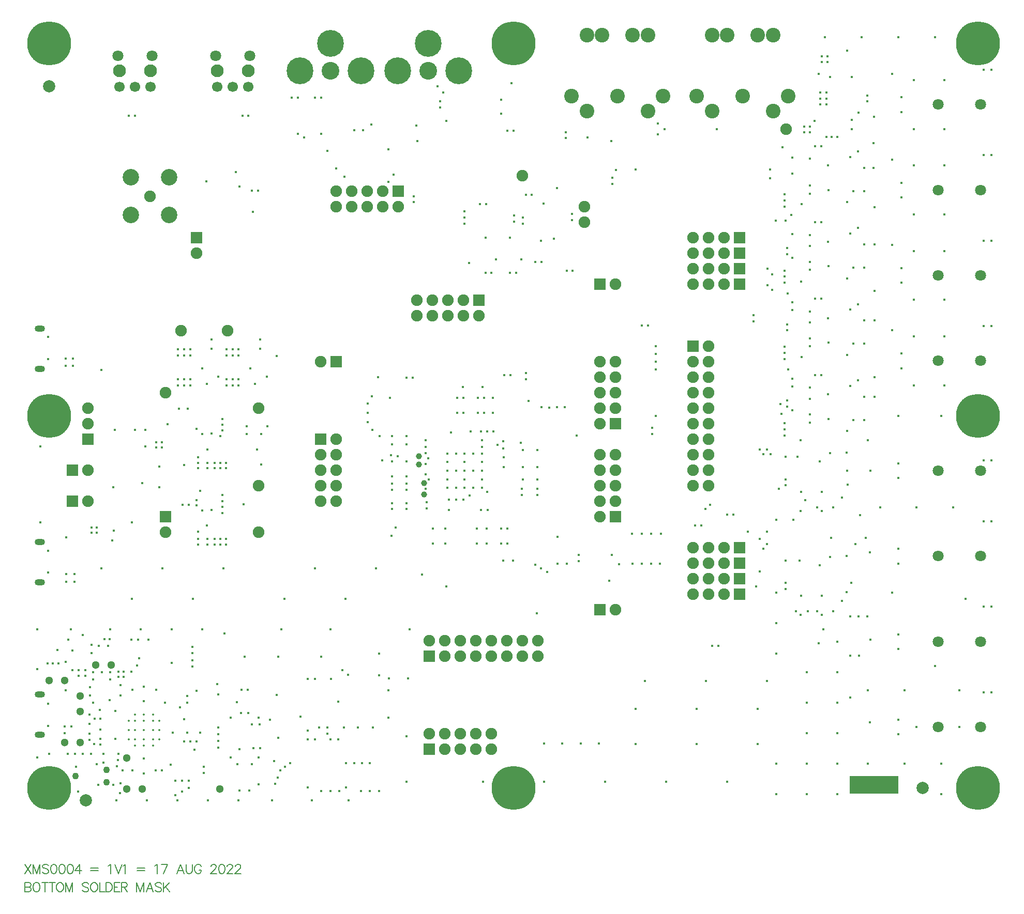
<source format=gbs>
G04*
G04 #@! TF.GenerationSoftware,Altium Limited,Altium Designer,21.9.2 (33)*
G04*
G04 Layer_Color=16711935*
%FSAX43Y43*%
%MOMM*%
G71*
G04*
G04 #@! TF.SameCoordinates,8A3C4949-5F79-4682-B659-0E7BAC0626F8*
G04*
G04*
G04 #@! TF.FilePolarity,Negative*
G04*
G01*
G75*
%ADD11C,0.150*%
%ADD90R,8.000X3.000*%
%ADD97C,1.100*%
%ADD98C,1.000*%
%ADD142C,2.000*%
%ADD166C,1.900*%
%ADD167R,1.900X1.900*%
%ADD168R,1.900X1.900*%
%ADD169C,2.400*%
%ADD170C,0.100*%
%ADD171C,2.700*%
%ADD172C,1.700*%
%ADD173C,2.100*%
%ADD174C,1.800*%
G04:AMPARAMS|DCode=175|XSize=1mm|YSize=1.7mm|CornerRadius=0.5mm|HoleSize=0mm|Usage=FLASHONLY|Rotation=270.000|XOffset=0mm|YOffset=0mm|HoleType=Round|Shape=RoundedRectangle|*
%AMROUNDEDRECTD175*
21,1,1.000,0.700,0,0,270.0*
21,1,0.000,1.700,0,0,270.0*
1,1,1.000,-0.350,0.000*
1,1,1.000,-0.350,0.000*
1,1,1.000,0.350,0.000*
1,1,1.000,0.350,0.000*
%
%ADD175ROUNDEDRECTD175*%
%ADD176C,2.900*%
%ADD177C,4.400*%
%ADD178C,7.200*%
%ADD179C,0.350*%
%ADD180C,0.400*%
%ADD238C,1.300*%
D11*
X0220000Y0128500D02*
Y0127000D01*
Y0128500D02*
X0220643D01*
X0220857Y0128428D01*
X0220928Y0128357D01*
X0221000Y0128214D01*
Y0128071D01*
X0220928Y0127928D01*
X0220857Y0127857D01*
X0220643Y0127786D01*
X0220000D02*
X0220643D01*
X0220857Y0127714D01*
X0220928Y0127643D01*
X0221000Y0127500D01*
Y0127286D01*
X0220928Y0127143D01*
X0220857Y0127071D01*
X0220643Y0127000D01*
X0220000D01*
X0221764Y0128500D02*
X0221621Y0128428D01*
X0221478Y0128285D01*
X0221407Y0128143D01*
X0221335Y0127928D01*
Y0127571D01*
X0221407Y0127357D01*
X0221478Y0127214D01*
X0221621Y0127071D01*
X0221764Y0127000D01*
X0222050D01*
X0222192Y0127071D01*
X0222335Y0127214D01*
X0222407Y0127357D01*
X0222478Y0127571D01*
Y0127928D01*
X0222407Y0128143D01*
X0222335Y0128285D01*
X0222192Y0128428D01*
X0222050Y0128500D01*
X0221764D01*
X0223328D02*
Y0127000D01*
X0222828Y0128500D02*
X0223828D01*
X0224506D02*
Y0127000D01*
X0224006Y0128500D02*
X0225006D01*
X0225613D02*
X0225470Y0128428D01*
X0225327Y0128285D01*
X0225256Y0128143D01*
X0225185Y0127928D01*
Y0127571D01*
X0225256Y0127357D01*
X0225327Y0127214D01*
X0225470Y0127071D01*
X0225613Y0127000D01*
X0225899D01*
X0226042Y0127071D01*
X0226184Y0127214D01*
X0226256Y0127357D01*
X0226327Y0127571D01*
Y0127928D01*
X0226256Y0128143D01*
X0226184Y0128285D01*
X0226042Y0128428D01*
X0225899Y0128500D01*
X0225613D01*
X0226677D02*
Y0127000D01*
Y0128500D02*
X0227248Y0127000D01*
X0227820Y0128500D02*
X0227248Y0127000D01*
X0227820Y0128500D02*
Y0127000D01*
X0230426Y0128285D02*
X0230284Y0128428D01*
X0230069Y0128500D01*
X0229784D01*
X0229569Y0128428D01*
X0229427Y0128285D01*
Y0128143D01*
X0229498Y0128000D01*
X0229569Y0127928D01*
X0229712Y0127857D01*
X0230141Y0127714D01*
X0230284Y0127643D01*
X0230355Y0127571D01*
X0230426Y0127428D01*
Y0127214D01*
X0230284Y0127071D01*
X0230069Y0127000D01*
X0229784D01*
X0229569Y0127071D01*
X0229427Y0127214D01*
X0231190Y0128500D02*
X0231048Y0128428D01*
X0230905Y0128285D01*
X0230833Y0128143D01*
X0230762Y0127928D01*
Y0127571D01*
X0230833Y0127357D01*
X0230905Y0127214D01*
X0231048Y0127071D01*
X0231190Y0127000D01*
X0231476D01*
X0231619Y0127071D01*
X0231762Y0127214D01*
X0231833Y0127357D01*
X0231905Y0127571D01*
Y0127928D01*
X0231833Y0128143D01*
X0231762Y0128285D01*
X0231619Y0128428D01*
X0231476Y0128500D01*
X0231190D01*
X0232255D02*
Y0127000D01*
X0233111D01*
X0233276Y0128500D02*
Y0127000D01*
Y0128500D02*
X0233776D01*
X0233990Y0128428D01*
X0234133Y0128285D01*
X0234204Y0128143D01*
X0234276Y0127928D01*
Y0127571D01*
X0234204Y0127357D01*
X0234133Y0127214D01*
X0233990Y0127071D01*
X0233776Y0127000D01*
X0233276D01*
X0235540Y0128500D02*
X0234611D01*
Y0127000D01*
X0235540D01*
X0234611Y0127786D02*
X0235182D01*
X0235789Y0128500D02*
Y0127000D01*
Y0128500D02*
X0236432D01*
X0236646Y0128428D01*
X0236718Y0128357D01*
X0236789Y0128214D01*
Y0128071D01*
X0236718Y0127928D01*
X0236646Y0127857D01*
X0236432Y0127786D01*
X0235789D01*
X0236289D02*
X0236789Y0127000D01*
X0238303Y0128500D02*
Y0127000D01*
Y0128500D02*
X0238875Y0127000D01*
X0239446Y0128500D02*
X0238875Y0127000D01*
X0239446Y0128500D02*
Y0127000D01*
X0241017D02*
X0240446Y0128500D01*
X0239874Y0127000D01*
X0240089Y0127500D02*
X0240803D01*
X0242367Y0128285D02*
X0242224Y0128428D01*
X0242010Y0128500D01*
X0241724D01*
X0241510Y0128428D01*
X0241367Y0128285D01*
Y0128143D01*
X0241438Y0128000D01*
X0241510Y0127928D01*
X0241652Y0127857D01*
X0242081Y0127714D01*
X0242224Y0127643D01*
X0242295Y0127571D01*
X0242367Y0127428D01*
Y0127214D01*
X0242224Y0127071D01*
X0242010Y0127000D01*
X0241724D01*
X0241510Y0127071D01*
X0241367Y0127214D01*
X0242702Y0128500D02*
Y0127000D01*
X0243702Y0128500D02*
X0242702Y0127500D01*
X0243059Y0127857D02*
X0243702Y0127000D01*
X0220000Y0131500D02*
X0221000Y0130000D01*
Y0131500D02*
X0220000Y0130000D01*
X0221335Y0131500D02*
Y0130000D01*
Y0131500D02*
X0221907Y0130000D01*
X0222478Y0131500D02*
X0221907Y0130000D01*
X0222478Y0131500D02*
Y0130000D01*
X0223906Y0131285D02*
X0223763Y0131428D01*
X0223549Y0131500D01*
X0223264D01*
X0223049Y0131428D01*
X0222907Y0131285D01*
Y0131143D01*
X0222978Y0131000D01*
X0223049Y0130928D01*
X0223192Y0130857D01*
X0223621Y0130714D01*
X0223763Y0130643D01*
X0223835Y0130571D01*
X0223906Y0130428D01*
Y0130214D01*
X0223763Y0130071D01*
X0223549Y0130000D01*
X0223264D01*
X0223049Y0130071D01*
X0222907Y0130214D01*
X0224670Y0131500D02*
X0224456Y0131428D01*
X0224313Y0131214D01*
X0224242Y0130857D01*
Y0130643D01*
X0224313Y0130286D01*
X0224456Y0130071D01*
X0224670Y0130000D01*
X0224813D01*
X0225027Y0130071D01*
X0225170Y0130286D01*
X0225242Y0130643D01*
Y0130857D01*
X0225170Y0131214D01*
X0225027Y0131428D01*
X0224813Y0131500D01*
X0224670D01*
X0226006D02*
X0225792Y0131428D01*
X0225649Y0131214D01*
X0225577Y0130857D01*
Y0130643D01*
X0225649Y0130286D01*
X0225792Y0130071D01*
X0226006Y0130000D01*
X0226149D01*
X0226363Y0130071D01*
X0226506Y0130286D01*
X0226577Y0130643D01*
Y0130857D01*
X0226506Y0131214D01*
X0226363Y0131428D01*
X0226149Y0131500D01*
X0226006D01*
X0227341D02*
X0227127Y0131428D01*
X0226984Y0131214D01*
X0226913Y0130857D01*
Y0130643D01*
X0226984Y0130286D01*
X0227127Y0130071D01*
X0227341Y0130000D01*
X0227484D01*
X0227698Y0130071D01*
X0227841Y0130286D01*
X0227913Y0130643D01*
Y0130857D01*
X0227841Y0131214D01*
X0227698Y0131428D01*
X0227484Y0131500D01*
X0227341D01*
X0228962D02*
X0228248Y0130500D01*
X0229319D01*
X0228962Y0131500D02*
Y0130000D01*
X0230762Y0130857D02*
X0232047D01*
X0230762Y0130428D02*
X0232047D01*
X0233669Y0131214D02*
X0233811Y0131285D01*
X0234026Y0131500D01*
Y0130000D01*
X0234768Y0131500D02*
X0235340Y0130000D01*
X0235911Y0131500D02*
X0235340Y0130000D01*
X0236104Y0131214D02*
X0236247Y0131285D01*
X0236461Y0131500D01*
Y0130000D01*
X0238382Y0130857D02*
X0239667D01*
X0238382Y0130428D02*
X0239667D01*
X0241288Y0131214D02*
X0241431Y0131285D01*
X0241645Y0131500D01*
Y0130000D01*
X0243388Y0131500D02*
X0242674Y0130000D01*
X0242388Y0131500D02*
X0243388D01*
X0246044Y0130000D02*
X0245473Y0131500D01*
X0244902Y0130000D01*
X0245116Y0130500D02*
X0245830D01*
X0246394Y0131500D02*
Y0130428D01*
X0246466Y0130214D01*
X0246609Y0130071D01*
X0246823Y0130000D01*
X0246966D01*
X0247180Y0130071D01*
X0247323Y0130214D01*
X0247394Y0130428D01*
Y0131500D01*
X0248880Y0131143D02*
X0248808Y0131285D01*
X0248665Y0131428D01*
X0248522Y0131500D01*
X0248237D01*
X0248094Y0131428D01*
X0247951Y0131285D01*
X0247880Y0131143D01*
X0247808Y0130928D01*
Y0130571D01*
X0247880Y0130357D01*
X0247951Y0130214D01*
X0248094Y0130071D01*
X0248237Y0130000D01*
X0248522D01*
X0248665Y0130071D01*
X0248808Y0130214D01*
X0248880Y0130357D01*
Y0130571D01*
X0248522D02*
X0248880D01*
X0250472Y0131143D02*
Y0131214D01*
X0250543Y0131357D01*
X0250615Y0131428D01*
X0250758Y0131500D01*
X0251043D01*
X0251186Y0131428D01*
X0251258Y0131357D01*
X0251329Y0131214D01*
Y0131071D01*
X0251258Y0130928D01*
X0251115Y0130714D01*
X0250401Y0130000D01*
X0251400D01*
X0252165Y0131500D02*
X0251950Y0131428D01*
X0251807Y0131214D01*
X0251736Y0130857D01*
Y0130643D01*
X0251807Y0130286D01*
X0251950Y0130071D01*
X0252165Y0130000D01*
X0252307D01*
X0252522Y0130071D01*
X0252664Y0130286D01*
X0252736Y0130643D01*
Y0130857D01*
X0252664Y0131214D01*
X0252522Y0131428D01*
X0252307Y0131500D01*
X0252165D01*
X0253143Y0131143D02*
Y0131214D01*
X0253214Y0131357D01*
X0253286Y0131428D01*
X0253429Y0131500D01*
X0253714D01*
X0253857Y0131428D01*
X0253928Y0131357D01*
X0254000Y0131214D01*
Y0131071D01*
X0253928Y0130928D01*
X0253786Y0130714D01*
X0253071Y0130000D01*
X0254071D01*
X0254478Y0131143D02*
Y0131214D01*
X0254550Y0131357D01*
X0254621Y0131428D01*
X0254764Y0131500D01*
X0255050D01*
X0255192Y0131428D01*
X0255264Y0131357D01*
X0255335Y0131214D01*
Y0131071D01*
X0255264Y0130928D01*
X0255121Y0130714D01*
X0254407Y0130000D01*
X0255407D01*
D90*
X0359000Y0144500D02*
D03*
D97*
X0228260Y0146000D02*
D03*
X0233340Y0147016D02*
D03*
Y0144984D02*
D03*
D98*
X0285400Y0192100D02*
D03*
X0284500Y0198400D02*
D03*
X0285400Y0194000D02*
D03*
X0284500Y0197000D02*
D03*
D142*
X0230000Y0142000D02*
D03*
X0367000Y0144000D02*
D03*
X0224000Y0259000D02*
D03*
D166*
X0245590Y0218930D02*
D03*
X0334490Y0175750D02*
D03*
X0331950D02*
D03*
X0329410D02*
D03*
X0230350Y0206230D02*
D03*
Y0203690D02*
D03*
X0316710Y0226550D02*
D03*
X0314170Y0203690D02*
D03*
X0316710Y0206230D02*
D03*
X0314170D02*
D03*
X0316710Y0208770D02*
D03*
X0314170D02*
D03*
X0316710Y0211310D02*
D03*
X0314170D02*
D03*
X0316710Y0213850D02*
D03*
X0314170D02*
D03*
X0331950Y0193530D02*
D03*
X0329410D02*
D03*
X0331950Y0196070D02*
D03*
X0329410D02*
D03*
X0331950Y0198610D02*
D03*
X0329410D02*
D03*
X0331950Y0201150D02*
D03*
X0329410D02*
D03*
X0331950Y0203690D02*
D03*
X0329410D02*
D03*
X0331950Y0206230D02*
D03*
X0329410D02*
D03*
X0331950Y0208770D02*
D03*
X0329410D02*
D03*
X0331950Y0211310D02*
D03*
X0329410D02*
D03*
X0331950Y0213850D02*
D03*
X0329410D02*
D03*
X0331950Y0216390D02*
D03*
X0304010Y0168130D02*
D03*
Y0165590D02*
D03*
X0301470Y0168130D02*
D03*
Y0165590D02*
D03*
X0298930Y0168130D02*
D03*
Y0165590D02*
D03*
X0296390Y0168130D02*
D03*
Y0165590D02*
D03*
X0293850Y0168130D02*
D03*
Y0165590D02*
D03*
X0291310Y0168130D02*
D03*
Y0165590D02*
D03*
X0288770Y0168130D02*
D03*
Y0165590D02*
D03*
X0286230Y0168130D02*
D03*
X0240500Y0241000D02*
D03*
X0270990Y0201150D02*
D03*
X0268450Y0198610D02*
D03*
X0270990D02*
D03*
X0268450Y0196070D02*
D03*
X0270990D02*
D03*
X0268450Y0193530D02*
D03*
X0270990D02*
D03*
X0268450Y0190990D02*
D03*
X0270990D02*
D03*
X0331950Y0234170D02*
D03*
X0329410D02*
D03*
X0334490D02*
D03*
Y0183370D02*
D03*
X0331950D02*
D03*
X0329410D02*
D03*
X0331950Y0231630D02*
D03*
X0329410D02*
D03*
X0334490D02*
D03*
Y0180830D02*
D03*
X0331950D02*
D03*
X0329410D02*
D03*
X0331950Y0229090D02*
D03*
X0329410D02*
D03*
X0334490D02*
D03*
Y0178290D02*
D03*
X0331950D02*
D03*
X0329410D02*
D03*
X0331950Y0226550D02*
D03*
X0329410D02*
D03*
X0334490D02*
D03*
X0230350Y0196070D02*
D03*
Y0190990D02*
D03*
X0268450Y0213850D02*
D03*
X0243050Y0185910D02*
D03*
X0248130Y0231630D02*
D03*
X0344650Y0251950D02*
D03*
X0258290Y0193530D02*
D03*
X0253210Y0218930D02*
D03*
X0258290Y0185910D02*
D03*
Y0206230D02*
D03*
X0286230Y0152890D02*
D03*
X0288770Y0150350D02*
D03*
Y0152890D02*
D03*
X0291310Y0150350D02*
D03*
Y0152890D02*
D03*
X0293850Y0150350D02*
D03*
Y0152890D02*
D03*
X0296390Y0150350D02*
D03*
Y0152890D02*
D03*
X0316710Y0173210D02*
D03*
X0281150Y0239250D02*
D03*
X0278610Y0241790D02*
D03*
Y0239250D02*
D03*
X0276070Y0241790D02*
D03*
Y0239250D02*
D03*
X0273530Y0241790D02*
D03*
Y0239250D02*
D03*
X0270990Y0241790D02*
D03*
Y0239250D02*
D03*
X0311630D02*
D03*
X0314170Y0188450D02*
D03*
X0316710Y0190990D02*
D03*
X0314170D02*
D03*
X0316710Y0193530D02*
D03*
X0314170D02*
D03*
X0316710Y0196070D02*
D03*
X0314170D02*
D03*
X0316710Y0198610D02*
D03*
X0314170D02*
D03*
X0294300Y0221360D02*
D03*
X0291760Y0223900D02*
D03*
Y0221360D02*
D03*
X0289220Y0223900D02*
D03*
Y0221360D02*
D03*
X0286680Y0223900D02*
D03*
Y0221360D02*
D03*
X0284140Y0223900D02*
D03*
Y0221360D02*
D03*
X0301470Y0244330D02*
D03*
X0311630Y0236710D02*
D03*
X0243050Y0208770D02*
D03*
D167*
X0337030Y0175750D02*
D03*
X0314170Y0226550D02*
D03*
X0286230Y0165590D02*
D03*
X0337030Y0234170D02*
D03*
Y0183370D02*
D03*
Y0231630D02*
D03*
Y0180830D02*
D03*
Y0229090D02*
D03*
Y0178290D02*
D03*
Y0226550D02*
D03*
X0227810Y0196070D02*
D03*
Y0190990D02*
D03*
X0270990Y0213850D02*
D03*
X0286230Y0150350D02*
D03*
X0314170Y0173210D02*
D03*
X0281150Y0241790D02*
D03*
X0294300Y0223900D02*
D03*
D168*
X0230350Y0201150D02*
D03*
X0316710Y0203690D02*
D03*
X0329410Y0216390D02*
D03*
X0268450Y0201150D02*
D03*
X0243050Y0188450D02*
D03*
X0248130Y0234170D02*
D03*
X0316710Y0188450D02*
D03*
D169*
X0309500Y0257400D02*
D03*
X0317000D02*
D03*
X0324500D02*
D03*
X0312000Y0254900D02*
D03*
X0322000D02*
D03*
Y0267400D02*
D03*
X0319500D02*
D03*
X0314500D02*
D03*
X0312000D02*
D03*
X0332500D02*
D03*
X0335000D02*
D03*
X0340000D02*
D03*
X0342500D02*
D03*
X0345000Y0257400D02*
D03*
X0337500D02*
D03*
X0330000D02*
D03*
X0342500Y0254900D02*
D03*
X0332500D02*
D03*
D170*
X0324500Y0262400D02*
D03*
X0309500D02*
D03*
X0330000D02*
D03*
X0345000D02*
D03*
D171*
X0243630Y0237870D02*
D03*
Y0244130D02*
D03*
X0237370D02*
D03*
Y0237870D02*
D03*
D172*
X0251460Y0258900D02*
D03*
X0256540D02*
D03*
X0254000D02*
D03*
X0240540D02*
D03*
X0238000D02*
D03*
X0235460D02*
D03*
D173*
X0256540Y0261500D02*
D03*
X0251460D02*
D03*
X0240540D02*
D03*
X0235460D02*
D03*
D174*
X0256800Y0264000D02*
D03*
X0251200D02*
D03*
X0376500Y0154000D02*
D03*
X0369500D02*
D03*
X0376500Y0256000D02*
D03*
X0369500D02*
D03*
X0376500Y0228000D02*
D03*
X0369500D02*
D03*
X0376500Y0242000D02*
D03*
X0369500D02*
D03*
X0376500Y0214000D02*
D03*
X0369500D02*
D03*
X0376500Y0196000D02*
D03*
X0369500D02*
D03*
X0376500Y0182000D02*
D03*
X0369500D02*
D03*
X0376500Y0168000D02*
D03*
X0369500D02*
D03*
X0240800Y0264000D02*
D03*
X0235200D02*
D03*
D175*
X0222425Y0159300D02*
D03*
Y0152700D02*
D03*
X0222425Y0177700D02*
D03*
Y0184300D02*
D03*
Y0212700D02*
D03*
Y0219300D02*
D03*
D176*
X0286000Y0261500D02*
D03*
X0270000D02*
D03*
D177*
X0286000Y0266000D02*
D03*
X0281000Y0261500D02*
D03*
X0291000D02*
D03*
X0270000Y0266000D02*
D03*
X0265000Y0261500D02*
D03*
X0275000D02*
D03*
D178*
X0300000Y0266000D02*
D03*
X0224000Y0205000D02*
D03*
X0300000Y0144000D02*
D03*
X0376000Y0205000D02*
D03*
Y0266000D02*
D03*
Y0144000D02*
D03*
X0224000D02*
D03*
Y0266000D02*
D03*
D179*
X0242000Y0153500D02*
D03*
Y0152000D02*
D03*
Y0155000D02*
D03*
X0241000Y0152000D02*
D03*
X0238000D02*
D03*
X0239500D02*
D03*
Y0156000D02*
D03*
X0241000D02*
D03*
X0238000D02*
D03*
X0237000Y0153500D02*
D03*
Y0155000D02*
D03*
Y0152000D02*
D03*
X0239500Y0151000D02*
D03*
X0238000D02*
D03*
X0241000D02*
D03*
X0239500Y0153500D02*
D03*
X0238000D02*
D03*
X0241000D02*
D03*
X0239500Y0155000D02*
D03*
X0238000D02*
D03*
X0241000D02*
D03*
D180*
X0356500Y0254700D02*
D03*
X0351800Y0260500D02*
D03*
X0261200Y0214800D02*
D03*
X0251700Y0211400D02*
D03*
X0249800Y0210200D02*
D03*
X0249000Y0212800D02*
D03*
X0247100Y0210000D02*
D03*
X0246100D02*
D03*
X0245100D02*
D03*
X0247100Y0211000D02*
D03*
X0246100D02*
D03*
X0245100D02*
D03*
X0250600Y0217500D02*
D03*
Y0216000D02*
D03*
X0245100Y0215900D02*
D03*
X0246100D02*
D03*
X0247100D02*
D03*
Y0214900D02*
D03*
X0246100D02*
D03*
X0245100D02*
D03*
X0255000Y0215900D02*
D03*
X0259600Y0211400D02*
D03*
X0257700Y0210200D02*
D03*
X0256900Y0212800D02*
D03*
X0255000Y0210000D02*
D03*
X0254000D02*
D03*
X0253000D02*
D03*
X0255000Y0211000D02*
D03*
X0254000D02*
D03*
X0253000D02*
D03*
X0252300Y0204500D02*
D03*
X0252000Y0201700D02*
D03*
X0246100Y0196900D02*
D03*
X0248700Y0192700D02*
D03*
X0252300Y0192000D02*
D03*
Y0189100D02*
D03*
X0280000Y0185300D02*
D03*
X0246700Y0206200D02*
D03*
X0249700Y0243400D02*
D03*
X0245200Y0206200D02*
D03*
X0278000Y0166000D02*
D03*
X0285000Y0179000D02*
D03*
X0283000Y0170000D02*
D03*
X0289000Y0177000D02*
D03*
X0232500Y0212500D02*
D03*
X0222500Y0187500D02*
D03*
Y0200000D02*
D03*
X0237500Y0187500D02*
D03*
X0232500Y0180000D02*
D03*
X0237500Y0175000D02*
D03*
X0242500Y0180000D02*
D03*
X0247500Y0175000D02*
D03*
X0252500Y0180000D02*
D03*
X0262500Y0175000D02*
D03*
X0267500Y0180000D02*
D03*
X0272500Y0175000D02*
D03*
X0277500Y0180000D02*
D03*
X0282500Y0152500D02*
D03*
Y0145000D02*
D03*
X0295000D02*
D03*
X0305000D02*
D03*
X0315000D02*
D03*
X0325000D02*
D03*
X0335000D02*
D03*
X0292700Y0230000D02*
D03*
X0347200Y0239700D02*
D03*
X0345000Y0212600D02*
D03*
X0344900Y0225000D02*
D03*
X0323300Y0205000D02*
D03*
X0307200Y0185200D02*
D03*
X0315700Y0178000D02*
D03*
X0317300Y0180700D02*
D03*
X0332200Y0190400D02*
D03*
X0331400Y0189700D02*
D03*
X0329700Y0187000D02*
D03*
X0330700D02*
D03*
X0343000Y0188000D02*
D03*
Y0171000D02*
D03*
X0339700Y0177000D02*
D03*
X0324100Y0185700D02*
D03*
X0322500D02*
D03*
X0321000D02*
D03*
X0319400D02*
D03*
X0310352Y0201800D02*
D03*
X0324000Y0180800D02*
D03*
X0322500D02*
D03*
X0319500D02*
D03*
X0321000D02*
D03*
X0316100Y0182200D02*
D03*
X0310700Y0182200D02*
D03*
Y0181200D02*
D03*
X0228700Y0143400D02*
D03*
X0231800Y0147900D02*
D03*
X0228400Y0147500D02*
D03*
X0265700Y0250600D02*
D03*
X0268500Y0251200D02*
D03*
X0264700D02*
D03*
X0269500Y0248400D02*
D03*
X0296400Y0228400D02*
D03*
X0295400D02*
D03*
X0297100Y0230600D02*
D03*
X0301300D02*
D03*
X0299400Y0234200D02*
D03*
X0295400D02*
D03*
X0312100Y0250600D02*
D03*
X0257300Y0238400D02*
D03*
X0254700Y0158100D02*
D03*
X0255100Y0242600D02*
D03*
X0254500Y0244900D02*
D03*
X0244000Y0164500D02*
D03*
X0268500Y0165500D02*
D03*
X0279500Y0155500D02*
D03*
Y0160000D02*
D03*
X0278000Y0162500D02*
D03*
X0270000Y0170000D02*
D03*
X0342000Y0243900D02*
D03*
Y0245400D02*
D03*
X0345600Y0244675D02*
D03*
X0347200Y0214600D02*
D03*
X0347100Y0227000D02*
D03*
X0345500Y0237900D02*
D03*
X0344000Y0249000D02*
D03*
X0350000Y0261000D02*
D03*
X0369000Y0267000D02*
D03*
X0363000D02*
D03*
X0357000D02*
D03*
X0351000D02*
D03*
X0362000Y0219000D02*
D03*
Y0261000D02*
D03*
Y0247000D02*
D03*
Y0233000D02*
D03*
X0363000Y0205000D02*
D03*
X0370000D02*
D03*
X0347000Y0201000D02*
D03*
X0358000D02*
D03*
X0355300Y0177600D02*
D03*
X0356600Y0165700D02*
D03*
X0358400Y0168300D02*
D03*
X0357900Y0172100D02*
D03*
X0356500D02*
D03*
X0354500Y0176100D02*
D03*
X0358300Y0154800D02*
D03*
X0355100Y0158800D02*
D03*
Y0165700D02*
D03*
Y0172100D02*
D03*
X0353800Y0174700D02*
D03*
X0358300Y0182600D02*
D03*
X0354700Y0193700D02*
D03*
X0357700Y0185000D02*
D03*
X0356700Y0188700D02*
D03*
X0353800Y0191600D02*
D03*
X0358400Y0196000D02*
D03*
X0359000Y0254000D02*
D03*
X0354600Y0196000D02*
D03*
X0360000Y0190000D02*
D03*
X0366000D02*
D03*
X0372000D02*
D03*
X0343000Y0176000D02*
D03*
X0352000Y0185000D02*
D03*
X0356000Y0184000D02*
D03*
X0362000Y0176000D02*
D03*
X0374000Y0175000D02*
D03*
X0369000Y0164000D02*
D03*
X0364000Y0160000D02*
D03*
X0358000D02*
D03*
X0373000D02*
D03*
X0366000Y0154000D02*
D03*
X0373000D02*
D03*
X0343000Y0166000D02*
D03*
X0353000Y0168000D02*
D03*
X0348000Y0163000D02*
D03*
X0353000D02*
D03*
Y0158000D02*
D03*
X0348000D02*
D03*
Y0153000D02*
D03*
X0353000D02*
D03*
X0364000Y0148000D02*
D03*
X0358000D02*
D03*
X0343000D02*
D03*
X0348000D02*
D03*
X0353000D02*
D03*
X0370000D02*
D03*
Y0143000D02*
D03*
X0353000D02*
D03*
X0348000D02*
D03*
X0343000D02*
D03*
X0339300Y0221500D02*
D03*
Y0220500D02*
D03*
X0332500Y0167300D02*
D03*
X0333500D02*
D03*
X0335000Y0188800D02*
D03*
X0336000D02*
D03*
X0322700Y0202000D02*
D03*
Y0203000D02*
D03*
X0321000Y0219800D02*
D03*
X0322000D02*
D03*
X0294800Y0198800D02*
D03*
X0290600Y0198800D02*
D03*
X0298500Y0211700D02*
D03*
X0299500D02*
D03*
X0282500Y0211200D02*
D03*
X0283500D02*
D03*
X0283700Y0241000D02*
D03*
Y0240000D02*
D03*
X0280700Y0186700D02*
D03*
X0303800Y0172600D02*
D03*
X0268200Y0153900D02*
D03*
X0274500D02*
D03*
X0277000D02*
D03*
X0272200D02*
D03*
X0265100Y0155700D02*
D03*
X0269500Y0152900D02*
D03*
Y0153900D02*
D03*
X0261200Y0159250D02*
D03*
X0266300Y0161900D02*
D03*
X0267500D02*
D03*
X0272900Y0162600D02*
D03*
X0272000Y0163300D02*
D03*
X0270100Y0161900D02*
D03*
X0271300Y0158150D02*
D03*
Y0152000D02*
D03*
X0270000D02*
D03*
X0276900Y0202700D02*
D03*
X0276100Y0204000D02*
D03*
Y0205500D02*
D03*
X0276500Y0143500D02*
D03*
X0278000D02*
D03*
X0275000D02*
D03*
X0271500D02*
D03*
X0270000D02*
D03*
X0268500D02*
D03*
X0338400Y0186000D02*
D03*
X0278500Y0197700D02*
D03*
X0340900Y0183200D02*
D03*
X0258300Y0149000D02*
D03*
X0277800Y0211300D02*
D03*
X0289800Y0202300D02*
D03*
X0294900Y0209700D02*
D03*
X0280400Y0244500D02*
D03*
X0279500Y0248700D02*
D03*
Y0243300D02*
D03*
X0272300Y0244200D02*
D03*
X0271000Y0245500D02*
D03*
X0257200Y0241900D02*
D03*
X0258200D02*
D03*
X0258500Y0217500D02*
D03*
Y0216000D02*
D03*
X0253000Y0214900D02*
D03*
X0255000D02*
D03*
X0254000Y0215900D02*
D03*
Y0214900D02*
D03*
X0253000Y0215900D02*
D03*
X0316000Y0250000D02*
D03*
X0308600Y0251500D02*
D03*
Y0250500D02*
D03*
X0298000Y0256800D02*
D03*
Y0254500D02*
D03*
X0300000Y0251700D02*
D03*
X0299000D02*
D03*
X0323600Y0251100D02*
D03*
Y0252900D02*
D03*
X0287600Y0259000D02*
D03*
X0288500Y0258000D02*
D03*
X0324750Y0252000D02*
D03*
X0341500Y0184000D02*
D03*
Y0186000D02*
D03*
X0354500Y0182000D02*
D03*
X0348500Y0251500D02*
D03*
X0347600Y0252400D02*
D03*
X0348500D02*
D03*
X0347600Y0251500D02*
D03*
X0350200Y0256000D02*
D03*
Y0257000D02*
D03*
Y0258000D02*
D03*
X0351200Y0256000D02*
D03*
Y0257000D02*
D03*
Y0258000D02*
D03*
X0357900Y0256500D02*
D03*
Y0257500D02*
D03*
X0354600Y0264800D02*
D03*
X0351200Y0250700D02*
D03*
X0353000D02*
D03*
X0352100D02*
D03*
X0349300Y0253300D02*
D03*
X0355400Y0252000D02*
D03*
Y0253500D02*
D03*
Y0260500D02*
D03*
X0351400Y0263000D02*
D03*
X0350500Y0263900D02*
D03*
X0351400D02*
D03*
X0350500Y0263000D02*
D03*
X0239700Y0200000D02*
D03*
X0347800Y0191200D02*
D03*
X0308700Y0180800D02*
D03*
X0307200D02*
D03*
X0345800Y0188000D02*
D03*
X0242000Y0193300D02*
D03*
X0266300Y0144100D02*
D03*
X0272600D02*
D03*
X0248400Y0198200D02*
D03*
X0250600Y0189600D02*
D03*
Y0202100D02*
D03*
X0278100Y0201700D02*
D03*
X0276800Y0208200D02*
D03*
X0279800Y0207900D02*
D03*
X0276100Y0207000D02*
D03*
X0258700Y0197000D02*
D03*
X0256300Y0203300D02*
D03*
Y0202000D02*
D03*
X0258700D02*
D03*
X0259700Y0203300D02*
D03*
X0258000Y0199500D02*
D03*
X0248100Y0202900D02*
D03*
X0249000Y0202000D02*
D03*
X0252300Y0202600D02*
D03*
X0249900Y0199500D02*
D03*
Y0197300D02*
D03*
X0248400D02*
D03*
X0249900Y0196400D02*
D03*
X0248400D02*
D03*
X0252300Y0203500D02*
D03*
X0251100Y0197300D02*
D03*
X0252900D02*
D03*
X0252000D02*
D03*
X0251100Y0196400D02*
D03*
X0252000D02*
D03*
X0252900D02*
D03*
X0350700Y0170000D02*
D03*
X0340300Y0179500D02*
D03*
Y0184800D02*
D03*
X0264700Y0257100D02*
D03*
X0289000Y0253300D02*
D03*
X0288000Y0255500D02*
D03*
X0268500Y0257100D02*
D03*
X0273900Y0251800D02*
D03*
X0275400D02*
D03*
X0276700Y0252700D02*
D03*
X0284300Y0250000D02*
D03*
X0284100Y0252600D02*
D03*
X0267500Y0257100D02*
D03*
X0263700Y0257100D02*
D03*
X0237000Y0254200D02*
D03*
X0256600D02*
D03*
X0238000D02*
D03*
X0255600D02*
D03*
X0288000Y0256500D02*
D03*
X0242000Y0196700D02*
D03*
X0234500Y0193300D02*
D03*
X0239200Y0194000D02*
D03*
X0252300Y0191000D02*
D03*
X0248100Y0191200D02*
D03*
X0248400Y0183900D02*
D03*
X0249900D02*
D03*
X0248400Y0184800D02*
D03*
X0249900D02*
D03*
X0248400Y0186000D02*
D03*
X0249800Y0187000D02*
D03*
X0252300Y0190100D02*
D03*
X0249000Y0189500D02*
D03*
X0248100Y0190300D02*
D03*
X0252900Y0183900D02*
D03*
X0252000D02*
D03*
X0251100D02*
D03*
X0252000Y0184800D02*
D03*
X0252900D02*
D03*
X0251100D02*
D03*
X0255800Y0190500D02*
D03*
X0245800Y0190400D02*
D03*
X0246800D02*
D03*
X0241500Y0200700D02*
D03*
X0242400D02*
D03*
X0241500Y0199800D02*
D03*
X0242400D02*
D03*
X0243400Y0203600D02*
D03*
X0239700Y0202700D02*
D03*
X0234700D02*
D03*
X0238000D02*
D03*
X0226700Y0214400D02*
D03*
Y0213200D02*
D03*
X0223800Y0214300D02*
D03*
Y0217900D02*
D03*
X0227900Y0214400D02*
D03*
Y0213200D02*
D03*
X0228100Y0177800D02*
D03*
Y0179100D02*
D03*
X0226800Y0185100D02*
D03*
X0223800Y0182900D02*
D03*
Y0179300D02*
D03*
X0226800Y0177800D02*
D03*
Y0179100D02*
D03*
X0234300Y0184600D02*
D03*
X0234600Y0186200D02*
D03*
X0230900Y0185800D02*
D03*
X0231800D02*
D03*
X0230900Y0186700D02*
D03*
X0231800D02*
D03*
X0285800Y0190800D02*
D03*
Y0189800D02*
D03*
X0289400Y0189600D02*
D03*
Y0191300D02*
D03*
X0290600D02*
D03*
X0342900Y0237000D02*
D03*
X0344500D02*
D03*
X0307100Y0206400D02*
D03*
X0305869Y0206367D02*
D03*
X0304600Y0206400D02*
D03*
X0308400D02*
D03*
X0302500Y0207400D02*
D03*
X0302000Y0211000D02*
D03*
Y0212000D02*
D03*
X0294500Y0239700D02*
D03*
X0295500D02*
D03*
X0292000Y0238500D02*
D03*
X0303000Y0241200D02*
D03*
X0302000D02*
D03*
X0307100Y0242300D02*
D03*
X0304900Y0239800D02*
D03*
X0291700Y0209700D02*
D03*
X0301500Y0236500D02*
D03*
Y0237500D02*
D03*
X0292000Y0236500D02*
D03*
Y0237500D02*
D03*
X0309600Y0238100D02*
D03*
Y0237100D02*
D03*
X0300100Y0237800D02*
D03*
Y0236800D02*
D03*
X0304500Y0233700D02*
D03*
X0299400Y0228400D02*
D03*
X0300400D02*
D03*
X0303600Y0230200D02*
D03*
X0304600D02*
D03*
X0308700Y0228800D02*
D03*
X0309700D02*
D03*
X0306600Y0234000D02*
D03*
X0333250Y0252000D02*
D03*
X0320000Y0245400D02*
D03*
X0316800Y0245300D02*
D03*
X0316200Y0243000D02*
D03*
Y0244000D02*
D03*
X0299700Y0259500D02*
D03*
X0340900Y0198700D02*
D03*
X0342100D02*
D03*
X0340300Y0199500D02*
D03*
X0341500D02*
D03*
X0343700Y0206900D02*
D03*
X0323300Y0216400D02*
D03*
Y0213900D02*
D03*
Y0212600D02*
D03*
Y0215100D02*
D03*
X0343900Y0205300D02*
D03*
X0343400Y0193000D02*
D03*
X0342300Y0225600D02*
D03*
X0341600Y0226400D02*
D03*
Y0229100D02*
D03*
X0342300Y0228200D02*
D03*
X0344800Y0207500D02*
D03*
Y0220000D02*
D03*
Y0232500D02*
D03*
X0348500Y0205200D02*
D03*
Y0217700D02*
D03*
Y0230200D02*
D03*
Y0242700D02*
D03*
Y0232800D02*
D03*
Y0220300D02*
D03*
Y0207800D02*
D03*
X0359100Y0208100D02*
D03*
Y0211300D02*
D03*
Y0220600D02*
D03*
Y0225500D02*
D03*
Y0233100D02*
D03*
Y0239200D02*
D03*
X0358900Y0249700D02*
D03*
Y0245600D02*
D03*
X0354600Y0202500D02*
D03*
X0355600Y0204300D02*
D03*
X0351600Y0204500D02*
D03*
X0351500Y0208500D02*
D03*
X0350400Y0211700D02*
D03*
X0349400D02*
D03*
X0357400Y0208100D02*
D03*
X0356400Y0210800D02*
D03*
X0355100Y0209900D02*
D03*
X0357400Y0204300D02*
D03*
X0344400Y0203800D02*
D03*
Y0202800D02*
D03*
Y0201800D02*
D03*
X0348500Y0203900D02*
D03*
X0348500Y0209600D02*
D03*
X0345600Y0209800D02*
D03*
Y0205900D02*
D03*
Y0211100D02*
D03*
X0344800Y0206500D02*
D03*
X0354600Y0215000D02*
D03*
X0355600Y0216800D02*
D03*
X0351600Y0217000D02*
D03*
X0351500Y0221000D02*
D03*
X0350400Y0224200D02*
D03*
X0349400D02*
D03*
X0357400Y0220600D02*
D03*
X0356400Y0223300D02*
D03*
X0355100Y0222400D02*
D03*
X0357400Y0216800D02*
D03*
X0344400Y0216300D02*
D03*
Y0215300D02*
D03*
Y0214300D02*
D03*
X0348500Y0216400D02*
D03*
X0348500Y0222100D02*
D03*
X0345600Y0222300D02*
D03*
Y0223600D02*
D03*
X0344800Y0219000D02*
D03*
X0354600Y0227500D02*
D03*
X0355600Y0229300D02*
D03*
X0351600Y0229500D02*
D03*
X0351500Y0233500D02*
D03*
X0350400Y0236700D02*
D03*
X0349400D02*
D03*
X0357400Y0233100D02*
D03*
X0356400Y0235800D02*
D03*
X0355100Y0234900D02*
D03*
X0357400Y0229300D02*
D03*
X0344400Y0228800D02*
D03*
Y0227800D02*
D03*
Y0226800D02*
D03*
X0348500Y0228900D02*
D03*
X0348500Y0234600D02*
D03*
X0345600Y0234800D02*
D03*
Y0230900D02*
D03*
X0344800Y0231500D02*
D03*
X0345600Y0247300D02*
D03*
X0348500Y0247100D02*
D03*
X0348500Y0241400D02*
D03*
X0344400Y0239300D02*
D03*
Y0240300D02*
D03*
Y0241300D02*
D03*
X0357400Y0241800D02*
D03*
X0355100Y0247400D02*
D03*
X0356400Y0248300D02*
D03*
X0357400Y0245600D02*
D03*
X0349400Y0249200D02*
D03*
X0350400D02*
D03*
X0351500Y0246000D02*
D03*
X0351600Y0242000D02*
D03*
X0355600Y0241800D02*
D03*
X0354600Y0240000D02*
D03*
X0377000Y0159700D02*
D03*
X0378200D02*
D03*
X0377000Y0173700D02*
D03*
X0378200D02*
D03*
X0377000Y0187700D02*
D03*
X0378200D02*
D03*
X0378200Y0197700D02*
D03*
X0377000D02*
D03*
X0377000Y0219700D02*
D03*
X0378200D02*
D03*
X0377000Y0233700D02*
D03*
X0378200D02*
D03*
X0377000Y0247700D02*
D03*
X0378200D02*
D03*
X0363500Y0215200D02*
D03*
Y0212800D02*
D03*
X0365500Y0218000D02*
D03*
X0370500D02*
D03*
Y0210000D02*
D03*
X0365500D02*
D03*
X0363500Y0229200D02*
D03*
Y0226800D02*
D03*
X0365500Y0232000D02*
D03*
X0370500D02*
D03*
Y0224000D02*
D03*
X0365500D02*
D03*
X0363500Y0243200D02*
D03*
Y0240800D02*
D03*
X0365500Y0246000D02*
D03*
X0370500D02*
D03*
Y0238000D02*
D03*
X0365500D02*
D03*
Y0252000D02*
D03*
X0370500D02*
D03*
Y0260000D02*
D03*
X0365500D02*
D03*
X0378200Y0261700D02*
D03*
X0377000D02*
D03*
X0363500Y0254800D02*
D03*
Y0257200D02*
D03*
X0301400Y0192000D02*
D03*
Y0193000D02*
D03*
X0296700Y0202400D02*
D03*
X0344500Y0193600D02*
D03*
Y0176600D02*
D03*
X0347100Y0192500D02*
D03*
X0350500D02*
D03*
X0352300Y0190000D02*
D03*
Y0173000D02*
D03*
X0348200D02*
D03*
X0350500Y0175500D02*
D03*
X0347100D02*
D03*
X0344500Y0177600D02*
D03*
Y0194600D02*
D03*
X0354500Y0199000D02*
D03*
X0350135Y0180495D02*
D03*
X0351800Y0181900D02*
D03*
X0346800Y0181300D02*
D03*
X0344500Y0181300D02*
D03*
Y0198300D02*
D03*
X0346500D02*
D03*
X0351800Y0198900D02*
D03*
X0350135Y0197495D02*
D03*
X0350500Y0189400D02*
D03*
X0349700Y0190000D02*
D03*
X0350500Y0172400D02*
D03*
X0349700Y0173000D02*
D03*
X0347000Y0189400D02*
D03*
X0350000Y0167700D02*
D03*
X0346200Y0173000D02*
D03*
X0347000Y0172400D02*
D03*
X0363000Y0194800D02*
D03*
Y0197200D02*
D03*
Y0183200D02*
D03*
Y0180800D02*
D03*
Y0169200D02*
D03*
Y0166800D02*
D03*
Y0152800D02*
D03*
Y0155200D02*
D03*
X0305500Y0179400D02*
D03*
X0304500Y0180000D02*
D03*
X0303600Y0180600D02*
D03*
X0299900Y0181300D02*
D03*
X0298300D02*
D03*
X0340000Y0157000D02*
D03*
Y0151200D02*
D03*
X0341500Y0161500D02*
D03*
X0330000Y0157000D02*
D03*
Y0151200D02*
D03*
X0331500Y0161500D02*
D03*
X0321500D02*
D03*
X0320000Y0151200D02*
D03*
Y0157000D02*
D03*
X0314000Y0151300D02*
D03*
X0311000D02*
D03*
X0308000D02*
D03*
X0305000D02*
D03*
X0262586Y0147514D02*
D03*
X0263400Y0148100D02*
D03*
X0276500D02*
D03*
X0275200D02*
D03*
X0273900D02*
D03*
X0272600D02*
D03*
X0261500Y0152200D02*
D03*
X0266300Y0153400D02*
D03*
X0267500Y0152000D02*
D03*
X0266300D02*
D03*
X0282700Y0162000D02*
D03*
X0279600D02*
D03*
X0294800Y0201000D02*
D03*
Y0199900D02*
D03*
X0295700Y0192500D02*
D03*
X0292800Y0191900D02*
D03*
X0291800Y0191300D02*
D03*
X0286000Y0198000D02*
D03*
X0285600Y0198900D02*
D03*
X0286100Y0194600D02*
D03*
X0293000Y0202400D02*
D03*
X0295700D02*
D03*
X0294700D02*
D03*
X0295200Y0207900D02*
D03*
Y0205500D02*
D03*
X0294200Y0207900D02*
D03*
Y0205500D02*
D03*
X0291800Y0207900D02*
D03*
Y0205500D02*
D03*
X0290800D02*
D03*
Y0207900D02*
D03*
X0285600Y0201000D02*
D03*
Y0199900D02*
D03*
X0296600Y0207900D02*
D03*
Y0205500D02*
D03*
X0301200Y0200600D02*
D03*
X0303900Y0193000D02*
D03*
X0279900Y0198500D02*
D03*
X0281000Y0198400D02*
D03*
X0280100Y0200300D02*
D03*
X0282500D02*
D03*
X0303900Y0192000D02*
D03*
Y0194600D02*
D03*
X0301500D02*
D03*
X0298400Y0196600D02*
D03*
Y0198200D02*
D03*
X0298300Y0200800D02*
D03*
X0297400Y0200200D02*
D03*
X0298300Y0199600D02*
D03*
X0301500Y0196600D02*
D03*
X0303900D02*
D03*
X0301500Y0199400D02*
D03*
X0303900D02*
D03*
X0299000Y0186500D02*
D03*
Y0184100D02*
D03*
X0295800Y0189600D02*
D03*
X0294700D02*
D03*
X0298000Y0184100D02*
D03*
Y0186500D02*
D03*
X0295600Y0184100D02*
D03*
Y0186500D02*
D03*
X0294000Y0184100D02*
D03*
Y0186500D02*
D03*
X0288800Y0184100D02*
D03*
Y0186500D02*
D03*
X0286800Y0184100D02*
D03*
Y0186500D02*
D03*
X0285600Y0197100D02*
D03*
X0280100Y0197500D02*
D03*
X0282500D02*
D03*
X0285600Y0195400D02*
D03*
X0282500Y0201700D02*
D03*
X0280100D02*
D03*
X0282500Y0195100D02*
D03*
X0280100D02*
D03*
X0285600Y0193000D02*
D03*
X0280100Y0193900D02*
D03*
X0282500D02*
D03*
X0280100Y0192900D02*
D03*
X0282500D02*
D03*
Y0189700D02*
D03*
X0280100D02*
D03*
Y0190700D02*
D03*
X0282500D02*
D03*
X0290600Y0193200D02*
D03*
X0289200D02*
D03*
X0293400D02*
D03*
X0294800D02*
D03*
X0289200Y0194600D02*
D03*
X0294800D02*
D03*
X0289200Y0197400D02*
D03*
X0294800D02*
D03*
X0289200Y0198800D02*
D03*
X0293400D02*
D03*
X0292000Y0197400D02*
D03*
Y0198800D02*
D03*
Y0194600D02*
D03*
Y0193200D02*
D03*
X0289200Y0196000D02*
D03*
X0290600D02*
D03*
X0294800D02*
D03*
X0292000D02*
D03*
X0293400D02*
D03*
X0234500Y0144500D02*
D03*
X0235600Y0143200D02*
D03*
X0235700Y0144800D02*
D03*
X0232050Y0144550D02*
D03*
X0233900Y0158400D02*
D03*
X0232100Y0167300D02*
D03*
X0233600D02*
D03*
X0238500Y0168300D02*
D03*
X0237400D02*
D03*
X0238700Y0165300D02*
D03*
X0235300Y0162200D02*
D03*
X0238400Y0164100D02*
D03*
X0237400Y0163100D02*
D03*
X0235300D02*
D03*
X0236200D02*
D03*
Y0162200D02*
D03*
X0231200Y0163000D02*
D03*
X0232600D02*
D03*
X0232300Y0156800D02*
D03*
X0230600Y0151900D02*
D03*
X0230700Y0160500D02*
D03*
Y0159200D02*
D03*
X0234000Y0161800D02*
D03*
Y0163000D02*
D03*
X0235700Y0160900D02*
D03*
X0231200Y0161800D02*
D03*
Y0158000D02*
D03*
X0235700Y0159200D02*
D03*
X0257400Y0150500D02*
D03*
X0257190Y0147900D02*
D03*
X0257200Y0154400D02*
D03*
X0260100Y0155200D02*
D03*
X0247800Y0150300D02*
D03*
X0246800Y0145200D02*
D03*
X0244600D02*
D03*
X0255100Y0143600D02*
D03*
X0256700D02*
D03*
X0251700Y0159300D02*
D03*
X0248100Y0151600D02*
D03*
X0247100D02*
D03*
X0251700Y0152800D02*
D03*
Y0153900D02*
D03*
Y0151700D02*
D03*
Y0150600D02*
D03*
X0249300Y0146500D02*
D03*
Y0147500D02*
D03*
X0246800Y0144000D02*
D03*
X0244600Y0142800D02*
D03*
X0245700Y0143400D02*
D03*
X0245700Y0145200D02*
D03*
X0236000Y0146900D02*
D03*
X0232900Y0149600D02*
D03*
X0226700Y0164700D02*
D03*
X0230900Y0166100D02*
D03*
X0227800Y0166500D02*
D03*
X0246600Y0153100D02*
D03*
X0244200Y0153100D02*
D03*
X0245425Y0157250D02*
D03*
X0246550Y0159100D02*
D03*
X0241500Y0160100D02*
D03*
X0246550Y0158000D02*
D03*
X0239500Y0160600D02*
D03*
X0237600Y0160100D02*
D03*
X0239500Y0158200D02*
D03*
X0232400Y0155400D02*
D03*
X0234800Y0156600D02*
D03*
X0232400Y0153550D02*
D03*
Y0152100D02*
D03*
Y0151100D02*
D03*
X0234800Y0152100D02*
D03*
X0235300Y0149600D02*
D03*
X0237600Y0146900D02*
D03*
X0241400Y0146900D02*
D03*
X0239500Y0146400D02*
D03*
Y0148800D02*
D03*
X0235200Y0148600D02*
D03*
X0246100Y0155300D02*
D03*
X0246100Y0151600D02*
D03*
X0230600Y0152875D02*
D03*
X0231400Y0155400D02*
D03*
X0232900Y0148200D02*
D03*
X0230800Y0149600D02*
D03*
X0229500D02*
D03*
X0228200D02*
D03*
X0227000D02*
D03*
X0231300Y0151200D02*
D03*
X0230600Y0154500D02*
D03*
Y0156000D02*
D03*
X0224000Y0149600D02*
D03*
X0235100Y0147600D02*
D03*
X0226500Y0154100D02*
D03*
Y0153000D02*
D03*
X0223800Y0154200D02*
D03*
Y0157800D02*
D03*
X0226700Y0160000D02*
D03*
X0227600Y0154100D02*
D03*
X0248100Y0159900D02*
D03*
X0242900Y0158000D02*
D03*
X0230900Y0167500D02*
D03*
X0254800Y0147900D02*
D03*
X0255100Y0150400D02*
D03*
X0253700Y0149000D02*
D03*
Y0155500D02*
D03*
X0255400Y0156300D02*
D03*
X0256600D02*
D03*
X0258300Y0155500D02*
D03*
X0247400Y0166100D02*
D03*
Y0164900D02*
D03*
Y0167100D02*
D03*
Y0163900D02*
D03*
X0252700Y0169300D02*
D03*
X0248700Y0153100D02*
D03*
X0256500Y0160075D02*
D03*
X0255500D02*
D03*
X0258400Y0154400D02*
D03*
X0260800Y0148400D02*
D03*
X0258300Y0144600D02*
D03*
X0261800Y0146900D02*
D03*
X0261400Y0145700D02*
D03*
X0261000Y0144700D02*
D03*
X0258500Y0150500D02*
D03*
X0242400Y0146900D02*
D03*
X0243900Y0147800D02*
D03*
X0235000Y0142000D02*
D03*
X0240000D02*
D03*
X0245000D02*
D03*
X0250000D02*
D03*
X0255000D02*
D03*
X0260500D02*
D03*
X0267000D02*
D03*
X0273000D02*
D03*
X0262000Y0170000D02*
D03*
X0261500Y0165500D02*
D03*
X0249000Y0170000D02*
D03*
X0244000D02*
D03*
X0239000D02*
D03*
X0234000D02*
D03*
X0227500Y0170000D02*
D03*
X0222000D02*
D03*
Y0163500D02*
D03*
Y0149000D02*
D03*
X0256000Y0165500D02*
D03*
X0251500Y0161000D02*
D03*
X0225300Y0166600D02*
D03*
X0229900Y0163300D02*
D03*
X0227800D02*
D03*
X0228800D02*
D03*
Y0162400D02*
D03*
X0229900D02*
D03*
X0227100Y0168300D02*
D03*
X0223700Y0164400D02*
D03*
X0224600D02*
D03*
X0233000Y0168400D02*
D03*
X0233900D02*
D03*
X0229500Y0169100D02*
D03*
X0225500Y0164400D02*
D03*
X0240200Y0168300D02*
D03*
D238*
X0239240Y0143880D02*
D03*
X0236700Y0148960D02*
D03*
Y0143880D02*
D03*
X0229080Y0156580D02*
D03*
Y0151500D02*
D03*
X0226540D02*
D03*
X0229080Y0159120D02*
D03*
X0226540Y0161660D02*
D03*
X0231620Y0164200D02*
D03*
X0234160D02*
D03*
X0224000Y0161660D02*
D03*
X0251940Y0143880D02*
D03*
M02*

</source>
